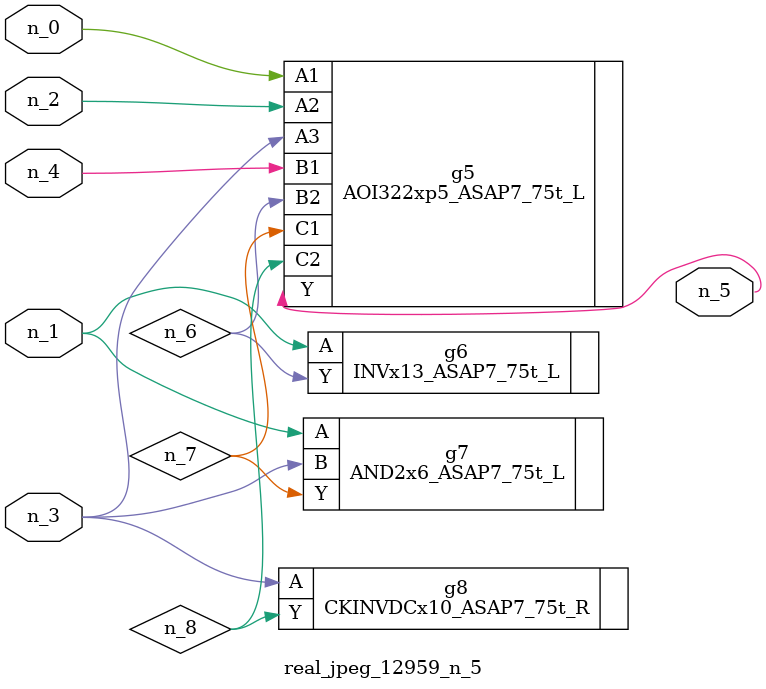
<source format=v>
module real_jpeg_12959_n_5 (n_4, n_0, n_1, n_2, n_3, n_5);

input n_4;
input n_0;
input n_1;
input n_2;
input n_3;

output n_5;

wire n_8;
wire n_6;
wire n_7;

AOI322xp5_ASAP7_75t_L g5 ( 
.A1(n_0),
.A2(n_2),
.A3(n_3),
.B1(n_4),
.B2(n_6),
.C1(n_7),
.C2(n_8),
.Y(n_5)
);

INVx13_ASAP7_75t_L g6 ( 
.A(n_1),
.Y(n_6)
);

AND2x6_ASAP7_75t_L g7 ( 
.A(n_1),
.B(n_3),
.Y(n_7)
);

CKINVDCx10_ASAP7_75t_R g8 ( 
.A(n_3),
.Y(n_8)
);


endmodule
</source>
